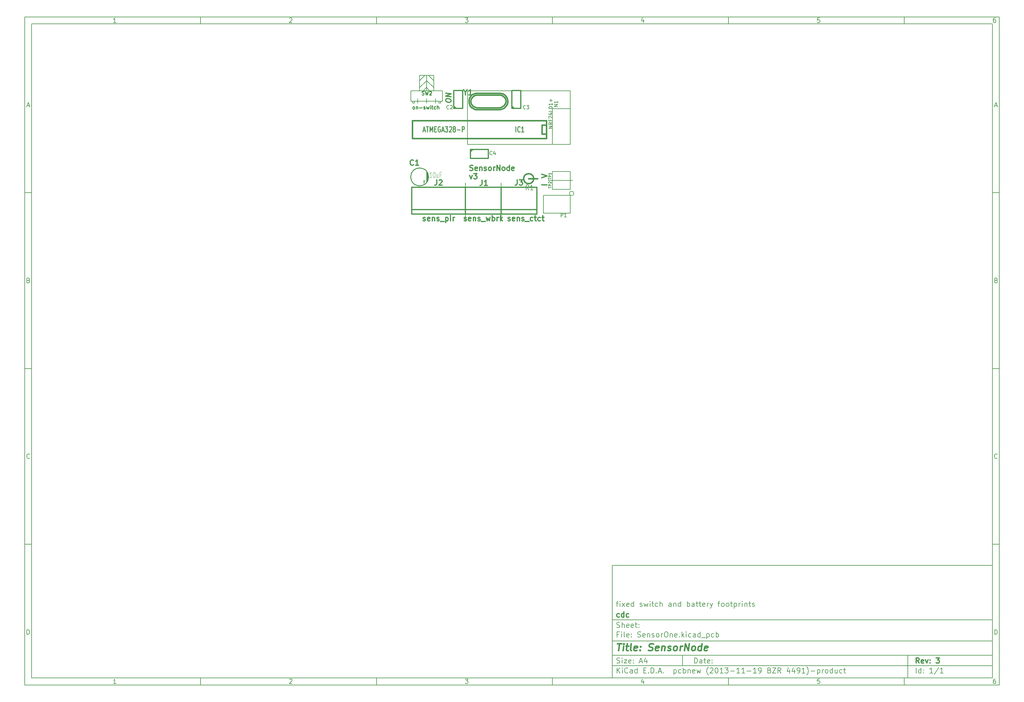
<source format=gto>
%FSLAX34Y34*%
G04 Gerber Fmt 3.4, Leading zero omitted, Abs format*
G04 (created by PCBNEW (2013-11-19 BZR 4491)-product) date Thu 21 Nov 2013 01:11:00 GMT*
%MOIN*%
G01*
G70*
G90*
G04 APERTURE LIST*
%ADD10C,0.005906*%
%ADD11C,0.011811*%
%ADD12C,0.015748*%
%ADD13C,0.007874*%
%ADD14C,0.010000*%
%ADD15C,0.012000*%
%ADD16C,0.015000*%
%ADD17C,0.008000*%
%ADD18C,0.006000*%
%ADD19C,0.004921*%
%ADD20C,0.011250*%
G04 APERTURE END LIST*
G54D10*
X69685Y-65357D02*
X69685Y-77955D01*
X112205Y-77955D01*
X112205Y-65357D01*
X69685Y-65357D01*
X3937Y-3937D02*
X3937Y-78742D01*
X112992Y-78742D01*
X112992Y-3937D01*
X3937Y-3937D01*
X4724Y-4724D02*
X4724Y-77955D01*
X112205Y-77955D01*
X112205Y-4724D01*
X4724Y-4724D01*
X23622Y-4724D02*
X23622Y-3937D01*
X43307Y-4724D02*
X43307Y-3937D01*
X62992Y-4724D02*
X62992Y-3937D01*
X82677Y-4724D02*
X82677Y-3937D01*
X102362Y-4724D02*
X102362Y-3937D01*
X14169Y-4562D02*
X13877Y-4562D01*
X14023Y-4562D02*
X14023Y-4050D01*
X13974Y-4123D01*
X13925Y-4172D01*
X13877Y-4196D01*
X33562Y-4099D02*
X33586Y-4074D01*
X33635Y-4050D01*
X33757Y-4050D01*
X33805Y-4074D01*
X33830Y-4099D01*
X33854Y-4147D01*
X33854Y-4196D01*
X33830Y-4269D01*
X33537Y-4562D01*
X33854Y-4562D01*
X53222Y-4050D02*
X53539Y-4050D01*
X53368Y-4245D01*
X53442Y-4245D01*
X53490Y-4269D01*
X53515Y-4294D01*
X53539Y-4342D01*
X53539Y-4464D01*
X53515Y-4513D01*
X53490Y-4537D01*
X53442Y-4562D01*
X53295Y-4562D01*
X53247Y-4537D01*
X53222Y-4513D01*
X73175Y-4221D02*
X73175Y-4562D01*
X73053Y-4026D02*
X72932Y-4391D01*
X73248Y-4391D01*
X92885Y-4050D02*
X92641Y-4050D01*
X92617Y-4294D01*
X92641Y-4269D01*
X92690Y-4245D01*
X92812Y-4245D01*
X92860Y-4269D01*
X92885Y-4294D01*
X92909Y-4342D01*
X92909Y-4464D01*
X92885Y-4513D01*
X92860Y-4537D01*
X92812Y-4562D01*
X92690Y-4562D01*
X92641Y-4537D01*
X92617Y-4513D01*
X112545Y-4050D02*
X112448Y-4050D01*
X112399Y-4074D01*
X112375Y-4099D01*
X112326Y-4172D01*
X112302Y-4269D01*
X112302Y-4464D01*
X112326Y-4513D01*
X112350Y-4537D01*
X112399Y-4562D01*
X112497Y-4562D01*
X112545Y-4537D01*
X112570Y-4513D01*
X112594Y-4464D01*
X112594Y-4342D01*
X112570Y-4294D01*
X112545Y-4269D01*
X112497Y-4245D01*
X112399Y-4245D01*
X112350Y-4269D01*
X112326Y-4294D01*
X112302Y-4342D01*
X23622Y-77955D02*
X23622Y-78742D01*
X43307Y-77955D02*
X43307Y-78742D01*
X62992Y-77955D02*
X62992Y-78742D01*
X82677Y-77955D02*
X82677Y-78742D01*
X102362Y-77955D02*
X102362Y-78742D01*
X14169Y-78580D02*
X13877Y-78580D01*
X14023Y-78580D02*
X14023Y-78069D01*
X13974Y-78142D01*
X13925Y-78190D01*
X13877Y-78215D01*
X33562Y-78117D02*
X33586Y-78093D01*
X33635Y-78069D01*
X33757Y-78069D01*
X33805Y-78093D01*
X33830Y-78117D01*
X33854Y-78166D01*
X33854Y-78215D01*
X33830Y-78288D01*
X33537Y-78580D01*
X33854Y-78580D01*
X53222Y-78069D02*
X53539Y-78069D01*
X53368Y-78263D01*
X53442Y-78263D01*
X53490Y-78288D01*
X53515Y-78312D01*
X53539Y-78361D01*
X53539Y-78483D01*
X53515Y-78532D01*
X53490Y-78556D01*
X53442Y-78580D01*
X53295Y-78580D01*
X53247Y-78556D01*
X53222Y-78532D01*
X73175Y-78239D02*
X73175Y-78580D01*
X73053Y-78044D02*
X72932Y-78410D01*
X73248Y-78410D01*
X92885Y-78069D02*
X92641Y-78069D01*
X92617Y-78312D01*
X92641Y-78288D01*
X92690Y-78263D01*
X92812Y-78263D01*
X92860Y-78288D01*
X92885Y-78312D01*
X92909Y-78361D01*
X92909Y-78483D01*
X92885Y-78532D01*
X92860Y-78556D01*
X92812Y-78580D01*
X92690Y-78580D01*
X92641Y-78556D01*
X92617Y-78532D01*
X112545Y-78069D02*
X112448Y-78069D01*
X112399Y-78093D01*
X112375Y-78117D01*
X112326Y-78190D01*
X112302Y-78288D01*
X112302Y-78483D01*
X112326Y-78532D01*
X112350Y-78556D01*
X112399Y-78580D01*
X112497Y-78580D01*
X112545Y-78556D01*
X112570Y-78532D01*
X112594Y-78483D01*
X112594Y-78361D01*
X112570Y-78312D01*
X112545Y-78288D01*
X112497Y-78263D01*
X112399Y-78263D01*
X112350Y-78288D01*
X112326Y-78312D01*
X112302Y-78361D01*
X3937Y-23622D02*
X4724Y-23622D01*
X3937Y-43307D02*
X4724Y-43307D01*
X3937Y-62992D02*
X4724Y-62992D01*
X4208Y-13864D02*
X4452Y-13864D01*
X4160Y-14011D02*
X4330Y-13499D01*
X4501Y-14011D01*
X4367Y-33428D02*
X4440Y-33452D01*
X4464Y-33476D01*
X4489Y-33525D01*
X4489Y-33598D01*
X4464Y-33647D01*
X4440Y-33671D01*
X4391Y-33696D01*
X4196Y-33696D01*
X4196Y-33184D01*
X4367Y-33184D01*
X4416Y-33208D01*
X4440Y-33233D01*
X4464Y-33281D01*
X4464Y-33330D01*
X4440Y-33379D01*
X4416Y-33403D01*
X4367Y-33428D01*
X4196Y-33428D01*
X4489Y-53332D02*
X4464Y-53356D01*
X4391Y-53381D01*
X4342Y-53381D01*
X4269Y-53356D01*
X4221Y-53308D01*
X4196Y-53259D01*
X4172Y-53161D01*
X4172Y-53088D01*
X4196Y-52991D01*
X4221Y-52942D01*
X4269Y-52893D01*
X4342Y-52869D01*
X4391Y-52869D01*
X4464Y-52893D01*
X4489Y-52918D01*
X4196Y-73066D02*
X4196Y-72554D01*
X4318Y-72554D01*
X4391Y-72578D01*
X4440Y-72627D01*
X4464Y-72676D01*
X4489Y-72773D01*
X4489Y-72846D01*
X4464Y-72944D01*
X4440Y-72993D01*
X4391Y-73041D01*
X4318Y-73066D01*
X4196Y-73066D01*
X112992Y-23622D02*
X112205Y-23622D01*
X112992Y-43307D02*
X112205Y-43307D01*
X112992Y-62992D02*
X112205Y-62992D01*
X112477Y-13864D02*
X112721Y-13864D01*
X112428Y-14011D02*
X112599Y-13499D01*
X112769Y-14011D01*
X112635Y-33428D02*
X112708Y-33452D01*
X112733Y-33476D01*
X112757Y-33525D01*
X112757Y-33598D01*
X112733Y-33647D01*
X112708Y-33671D01*
X112660Y-33696D01*
X112465Y-33696D01*
X112465Y-33184D01*
X112635Y-33184D01*
X112684Y-33208D01*
X112708Y-33233D01*
X112733Y-33281D01*
X112733Y-33330D01*
X112708Y-33379D01*
X112684Y-33403D01*
X112635Y-33428D01*
X112465Y-33428D01*
X112757Y-53332D02*
X112733Y-53356D01*
X112660Y-53381D01*
X112611Y-53381D01*
X112538Y-53356D01*
X112489Y-53308D01*
X112465Y-53259D01*
X112440Y-53161D01*
X112440Y-53088D01*
X112465Y-52991D01*
X112489Y-52942D01*
X112538Y-52893D01*
X112611Y-52869D01*
X112660Y-52869D01*
X112733Y-52893D01*
X112757Y-52918D01*
X112465Y-73066D02*
X112465Y-72554D01*
X112587Y-72554D01*
X112660Y-72578D01*
X112708Y-72627D01*
X112733Y-72676D01*
X112757Y-72773D01*
X112757Y-72846D01*
X112733Y-72944D01*
X112708Y-72993D01*
X112660Y-73041D01*
X112587Y-73066D01*
X112465Y-73066D01*
X78881Y-76293D02*
X78881Y-75703D01*
X79022Y-75703D01*
X79106Y-75731D01*
X79162Y-75787D01*
X79190Y-75843D01*
X79219Y-75956D01*
X79219Y-76040D01*
X79190Y-76153D01*
X79162Y-76209D01*
X79106Y-76265D01*
X79022Y-76293D01*
X78881Y-76293D01*
X79725Y-76293D02*
X79725Y-75984D01*
X79697Y-75928D01*
X79640Y-75899D01*
X79528Y-75899D01*
X79472Y-75928D01*
X79725Y-76265D02*
X79669Y-76293D01*
X79528Y-76293D01*
X79472Y-76265D01*
X79444Y-76209D01*
X79444Y-76153D01*
X79472Y-76096D01*
X79528Y-76068D01*
X79669Y-76068D01*
X79725Y-76040D01*
X79922Y-75899D02*
X80147Y-75899D01*
X80006Y-75703D02*
X80006Y-76209D01*
X80034Y-76265D01*
X80090Y-76293D01*
X80147Y-76293D01*
X80568Y-76265D02*
X80512Y-76293D01*
X80400Y-76293D01*
X80343Y-76265D01*
X80315Y-76209D01*
X80315Y-75984D01*
X80343Y-75928D01*
X80400Y-75899D01*
X80512Y-75899D01*
X80568Y-75928D01*
X80597Y-75984D01*
X80597Y-76040D01*
X80315Y-76096D01*
X80850Y-76237D02*
X80878Y-76265D01*
X80850Y-76293D01*
X80822Y-76265D01*
X80850Y-76237D01*
X80850Y-76293D01*
X80850Y-75928D02*
X80878Y-75956D01*
X80850Y-75984D01*
X80822Y-75956D01*
X80850Y-75928D01*
X80850Y-75984D01*
X69685Y-76577D02*
X112205Y-76577D01*
X70220Y-77395D02*
X70220Y-76805D01*
X70557Y-77395D02*
X70304Y-77058D01*
X70557Y-76805D02*
X70220Y-77142D01*
X70810Y-77395D02*
X70810Y-77002D01*
X70810Y-76805D02*
X70782Y-76833D01*
X70810Y-76861D01*
X70838Y-76833D01*
X70810Y-76805D01*
X70810Y-76861D01*
X71429Y-77339D02*
X71401Y-77367D01*
X71316Y-77395D01*
X71260Y-77395D01*
X71176Y-77367D01*
X71120Y-77311D01*
X71091Y-77255D01*
X71063Y-77142D01*
X71063Y-77058D01*
X71091Y-76946D01*
X71120Y-76889D01*
X71176Y-76833D01*
X71260Y-76805D01*
X71316Y-76805D01*
X71401Y-76833D01*
X71429Y-76861D01*
X71935Y-77395D02*
X71935Y-77086D01*
X71907Y-77030D01*
X71851Y-77002D01*
X71738Y-77002D01*
X71682Y-77030D01*
X71935Y-77367D02*
X71879Y-77395D01*
X71738Y-77395D01*
X71682Y-77367D01*
X71654Y-77311D01*
X71654Y-77255D01*
X71682Y-77199D01*
X71738Y-77171D01*
X71879Y-77171D01*
X71935Y-77142D01*
X72469Y-77395D02*
X72469Y-76805D01*
X72469Y-77367D02*
X72413Y-77395D01*
X72301Y-77395D01*
X72244Y-77367D01*
X72216Y-77339D01*
X72188Y-77283D01*
X72188Y-77114D01*
X72216Y-77058D01*
X72244Y-77030D01*
X72301Y-77002D01*
X72413Y-77002D01*
X72469Y-77030D01*
X73201Y-77086D02*
X73397Y-77086D01*
X73482Y-77395D02*
X73201Y-77395D01*
X73201Y-76805D01*
X73482Y-76805D01*
X73735Y-77339D02*
X73763Y-77367D01*
X73735Y-77395D01*
X73707Y-77367D01*
X73735Y-77339D01*
X73735Y-77395D01*
X74016Y-77395D02*
X74016Y-76805D01*
X74157Y-76805D01*
X74241Y-76833D01*
X74297Y-76889D01*
X74325Y-76946D01*
X74354Y-77058D01*
X74354Y-77142D01*
X74325Y-77255D01*
X74297Y-77311D01*
X74241Y-77367D01*
X74157Y-77395D01*
X74016Y-77395D01*
X74607Y-77339D02*
X74635Y-77367D01*
X74607Y-77395D01*
X74579Y-77367D01*
X74607Y-77339D01*
X74607Y-77395D01*
X74860Y-77227D02*
X75141Y-77227D01*
X74804Y-77395D02*
X75000Y-76805D01*
X75197Y-77395D01*
X75394Y-77339D02*
X75422Y-77367D01*
X75394Y-77395D01*
X75366Y-77367D01*
X75394Y-77339D01*
X75394Y-77395D01*
X76575Y-77002D02*
X76575Y-77592D01*
X76575Y-77030D02*
X76631Y-77002D01*
X76744Y-77002D01*
X76800Y-77030D01*
X76828Y-77058D01*
X76856Y-77114D01*
X76856Y-77283D01*
X76828Y-77339D01*
X76800Y-77367D01*
X76744Y-77395D01*
X76631Y-77395D01*
X76575Y-77367D01*
X77363Y-77367D02*
X77306Y-77395D01*
X77194Y-77395D01*
X77138Y-77367D01*
X77109Y-77339D01*
X77081Y-77283D01*
X77081Y-77114D01*
X77109Y-77058D01*
X77138Y-77030D01*
X77194Y-77002D01*
X77306Y-77002D01*
X77363Y-77030D01*
X77616Y-77395D02*
X77616Y-76805D01*
X77616Y-77030D02*
X77672Y-77002D01*
X77784Y-77002D01*
X77841Y-77030D01*
X77869Y-77058D01*
X77897Y-77114D01*
X77897Y-77283D01*
X77869Y-77339D01*
X77841Y-77367D01*
X77784Y-77395D01*
X77672Y-77395D01*
X77616Y-77367D01*
X78150Y-77002D02*
X78150Y-77395D01*
X78150Y-77058D02*
X78178Y-77030D01*
X78234Y-77002D01*
X78319Y-77002D01*
X78375Y-77030D01*
X78403Y-77086D01*
X78403Y-77395D01*
X78909Y-77367D02*
X78853Y-77395D01*
X78741Y-77395D01*
X78684Y-77367D01*
X78656Y-77311D01*
X78656Y-77086D01*
X78684Y-77030D01*
X78741Y-77002D01*
X78853Y-77002D01*
X78909Y-77030D01*
X78937Y-77086D01*
X78937Y-77142D01*
X78656Y-77199D01*
X79134Y-77002D02*
X79247Y-77395D01*
X79359Y-77114D01*
X79472Y-77395D01*
X79584Y-77002D01*
X80428Y-77620D02*
X80400Y-77592D01*
X80343Y-77508D01*
X80315Y-77452D01*
X80287Y-77367D01*
X80259Y-77227D01*
X80259Y-77114D01*
X80287Y-76974D01*
X80315Y-76889D01*
X80343Y-76833D01*
X80400Y-76749D01*
X80428Y-76721D01*
X80625Y-76861D02*
X80653Y-76833D01*
X80709Y-76805D01*
X80850Y-76805D01*
X80906Y-76833D01*
X80934Y-76861D01*
X80962Y-76917D01*
X80962Y-76974D01*
X80934Y-77058D01*
X80597Y-77395D01*
X80962Y-77395D01*
X81328Y-76805D02*
X81384Y-76805D01*
X81440Y-76833D01*
X81468Y-76861D01*
X81496Y-76917D01*
X81525Y-77030D01*
X81525Y-77171D01*
X81496Y-77283D01*
X81468Y-77339D01*
X81440Y-77367D01*
X81384Y-77395D01*
X81328Y-77395D01*
X81271Y-77367D01*
X81243Y-77339D01*
X81215Y-77283D01*
X81187Y-77171D01*
X81187Y-77030D01*
X81215Y-76917D01*
X81243Y-76861D01*
X81271Y-76833D01*
X81328Y-76805D01*
X82087Y-77395D02*
X81750Y-77395D01*
X81918Y-77395D02*
X81918Y-76805D01*
X81862Y-76889D01*
X81806Y-76946D01*
X81750Y-76974D01*
X82284Y-76805D02*
X82649Y-76805D01*
X82453Y-77030D01*
X82537Y-77030D01*
X82593Y-77058D01*
X82621Y-77086D01*
X82649Y-77142D01*
X82649Y-77283D01*
X82621Y-77339D01*
X82593Y-77367D01*
X82537Y-77395D01*
X82368Y-77395D01*
X82312Y-77367D01*
X82284Y-77339D01*
X82903Y-77171D02*
X83352Y-77171D01*
X83943Y-77395D02*
X83606Y-77395D01*
X83774Y-77395D02*
X83774Y-76805D01*
X83718Y-76889D01*
X83662Y-76946D01*
X83606Y-76974D01*
X84505Y-77395D02*
X84168Y-77395D01*
X84337Y-77395D02*
X84337Y-76805D01*
X84280Y-76889D01*
X84224Y-76946D01*
X84168Y-76974D01*
X84759Y-77171D02*
X85208Y-77171D01*
X85799Y-77395D02*
X85462Y-77395D01*
X85630Y-77395D02*
X85630Y-76805D01*
X85574Y-76889D01*
X85518Y-76946D01*
X85462Y-76974D01*
X86080Y-77395D02*
X86193Y-77395D01*
X86249Y-77367D01*
X86277Y-77339D01*
X86333Y-77255D01*
X86361Y-77142D01*
X86361Y-76917D01*
X86333Y-76861D01*
X86305Y-76833D01*
X86249Y-76805D01*
X86136Y-76805D01*
X86080Y-76833D01*
X86052Y-76861D01*
X86024Y-76917D01*
X86024Y-77058D01*
X86052Y-77114D01*
X86080Y-77142D01*
X86136Y-77171D01*
X86249Y-77171D01*
X86305Y-77142D01*
X86333Y-77114D01*
X86361Y-77058D01*
X87261Y-77086D02*
X87346Y-77114D01*
X87374Y-77142D01*
X87402Y-77199D01*
X87402Y-77283D01*
X87374Y-77339D01*
X87346Y-77367D01*
X87289Y-77395D01*
X87064Y-77395D01*
X87064Y-76805D01*
X87261Y-76805D01*
X87318Y-76833D01*
X87346Y-76861D01*
X87374Y-76917D01*
X87374Y-76974D01*
X87346Y-77030D01*
X87318Y-77058D01*
X87261Y-77086D01*
X87064Y-77086D01*
X87599Y-76805D02*
X87992Y-76805D01*
X87599Y-77395D01*
X87992Y-77395D01*
X88555Y-77395D02*
X88358Y-77114D01*
X88217Y-77395D02*
X88217Y-76805D01*
X88442Y-76805D01*
X88499Y-76833D01*
X88527Y-76861D01*
X88555Y-76917D01*
X88555Y-77002D01*
X88527Y-77058D01*
X88499Y-77086D01*
X88442Y-77114D01*
X88217Y-77114D01*
X89511Y-77002D02*
X89511Y-77395D01*
X89370Y-76777D02*
X89230Y-77199D01*
X89595Y-77199D01*
X90073Y-77002D02*
X90073Y-77395D01*
X89933Y-76777D02*
X89792Y-77199D01*
X90158Y-77199D01*
X90411Y-77395D02*
X90523Y-77395D01*
X90580Y-77367D01*
X90608Y-77339D01*
X90664Y-77255D01*
X90692Y-77142D01*
X90692Y-76917D01*
X90664Y-76861D01*
X90636Y-76833D01*
X90580Y-76805D01*
X90467Y-76805D01*
X90411Y-76833D01*
X90383Y-76861D01*
X90355Y-76917D01*
X90355Y-77058D01*
X90383Y-77114D01*
X90411Y-77142D01*
X90467Y-77171D01*
X90580Y-77171D01*
X90636Y-77142D01*
X90664Y-77114D01*
X90692Y-77058D01*
X91255Y-77395D02*
X90917Y-77395D01*
X91086Y-77395D02*
X91086Y-76805D01*
X91030Y-76889D01*
X90973Y-76946D01*
X90917Y-76974D01*
X91451Y-77620D02*
X91480Y-77592D01*
X91536Y-77508D01*
X91564Y-77452D01*
X91592Y-77367D01*
X91620Y-77227D01*
X91620Y-77114D01*
X91592Y-76974D01*
X91564Y-76889D01*
X91536Y-76833D01*
X91480Y-76749D01*
X91451Y-76721D01*
X91901Y-77171D02*
X92351Y-77171D01*
X92633Y-77002D02*
X92633Y-77592D01*
X92633Y-77030D02*
X92689Y-77002D01*
X92801Y-77002D01*
X92858Y-77030D01*
X92886Y-77058D01*
X92914Y-77114D01*
X92914Y-77283D01*
X92886Y-77339D01*
X92858Y-77367D01*
X92801Y-77395D01*
X92689Y-77395D01*
X92633Y-77367D01*
X93167Y-77395D02*
X93167Y-77002D01*
X93167Y-77114D02*
X93195Y-77058D01*
X93223Y-77030D01*
X93279Y-77002D01*
X93336Y-77002D01*
X93617Y-77395D02*
X93561Y-77367D01*
X93532Y-77339D01*
X93504Y-77283D01*
X93504Y-77114D01*
X93532Y-77058D01*
X93561Y-77030D01*
X93617Y-77002D01*
X93701Y-77002D01*
X93757Y-77030D01*
X93786Y-77058D01*
X93814Y-77114D01*
X93814Y-77283D01*
X93786Y-77339D01*
X93757Y-77367D01*
X93701Y-77395D01*
X93617Y-77395D01*
X94320Y-77395D02*
X94320Y-76805D01*
X94320Y-77367D02*
X94264Y-77395D01*
X94151Y-77395D01*
X94095Y-77367D01*
X94067Y-77339D01*
X94039Y-77283D01*
X94039Y-77114D01*
X94067Y-77058D01*
X94095Y-77030D01*
X94151Y-77002D01*
X94264Y-77002D01*
X94320Y-77030D01*
X94854Y-77002D02*
X94854Y-77395D01*
X94601Y-77002D02*
X94601Y-77311D01*
X94629Y-77367D01*
X94685Y-77395D01*
X94770Y-77395D01*
X94826Y-77367D01*
X94854Y-77339D01*
X95388Y-77367D02*
X95332Y-77395D01*
X95220Y-77395D01*
X95163Y-77367D01*
X95135Y-77339D01*
X95107Y-77283D01*
X95107Y-77114D01*
X95135Y-77058D01*
X95163Y-77030D01*
X95220Y-77002D01*
X95332Y-77002D01*
X95388Y-77030D01*
X95557Y-77002D02*
X95782Y-77002D01*
X95642Y-76805D02*
X95642Y-77311D01*
X95670Y-77367D01*
X95726Y-77395D01*
X95782Y-77395D01*
X69685Y-75396D02*
X112205Y-75396D01*
G54D11*
X104022Y-76293D02*
X103825Y-76012D01*
X103684Y-76293D02*
X103684Y-75703D01*
X103909Y-75703D01*
X103965Y-75731D01*
X103994Y-75759D01*
X104022Y-75815D01*
X104022Y-75899D01*
X103994Y-75956D01*
X103965Y-75984D01*
X103909Y-76012D01*
X103684Y-76012D01*
X104500Y-76265D02*
X104444Y-76293D01*
X104331Y-76293D01*
X104275Y-76265D01*
X104247Y-76209D01*
X104247Y-75984D01*
X104275Y-75928D01*
X104331Y-75899D01*
X104444Y-75899D01*
X104500Y-75928D01*
X104528Y-75984D01*
X104528Y-76040D01*
X104247Y-76096D01*
X104725Y-75899D02*
X104865Y-76293D01*
X105006Y-75899D01*
X105231Y-76237D02*
X105259Y-76265D01*
X105231Y-76293D01*
X105203Y-76265D01*
X105231Y-76237D01*
X105231Y-76293D01*
X105231Y-75928D02*
X105259Y-75956D01*
X105231Y-75984D01*
X105203Y-75956D01*
X105231Y-75928D01*
X105231Y-75984D01*
X105906Y-75703D02*
X106271Y-75703D01*
X106075Y-75928D01*
X106159Y-75928D01*
X106215Y-75956D01*
X106243Y-75984D01*
X106271Y-76040D01*
X106271Y-76181D01*
X106243Y-76237D01*
X106215Y-76265D01*
X106159Y-76293D01*
X105990Y-76293D01*
X105934Y-76265D01*
X105906Y-76237D01*
G54D10*
X70192Y-76265D02*
X70276Y-76293D01*
X70417Y-76293D01*
X70473Y-76265D01*
X70501Y-76237D01*
X70529Y-76181D01*
X70529Y-76124D01*
X70501Y-76068D01*
X70473Y-76040D01*
X70417Y-76012D01*
X70304Y-75984D01*
X70248Y-75956D01*
X70220Y-75928D01*
X70192Y-75871D01*
X70192Y-75815D01*
X70220Y-75759D01*
X70248Y-75731D01*
X70304Y-75703D01*
X70445Y-75703D01*
X70529Y-75731D01*
X70782Y-76293D02*
X70782Y-75899D01*
X70782Y-75703D02*
X70754Y-75731D01*
X70782Y-75759D01*
X70810Y-75731D01*
X70782Y-75703D01*
X70782Y-75759D01*
X71007Y-75899D02*
X71316Y-75899D01*
X71007Y-76293D01*
X71316Y-76293D01*
X71766Y-76265D02*
X71710Y-76293D01*
X71598Y-76293D01*
X71541Y-76265D01*
X71513Y-76209D01*
X71513Y-75984D01*
X71541Y-75928D01*
X71598Y-75899D01*
X71710Y-75899D01*
X71766Y-75928D01*
X71795Y-75984D01*
X71795Y-76040D01*
X71513Y-76096D01*
X72048Y-76237D02*
X72076Y-76265D01*
X72048Y-76293D01*
X72019Y-76265D01*
X72048Y-76237D01*
X72048Y-76293D01*
X72048Y-75928D02*
X72076Y-75956D01*
X72048Y-75984D01*
X72019Y-75956D01*
X72048Y-75928D01*
X72048Y-75984D01*
X72751Y-76124D02*
X73032Y-76124D01*
X72694Y-76293D02*
X72891Y-75703D01*
X73088Y-76293D01*
X73538Y-75899D02*
X73538Y-76293D01*
X73397Y-75674D02*
X73257Y-76096D01*
X73622Y-76096D01*
X103684Y-77395D02*
X103684Y-76805D01*
X104219Y-77395D02*
X104219Y-76805D01*
X104219Y-77367D02*
X104162Y-77395D01*
X104050Y-77395D01*
X103994Y-77367D01*
X103965Y-77339D01*
X103937Y-77283D01*
X103937Y-77114D01*
X103965Y-77058D01*
X103994Y-77030D01*
X104050Y-77002D01*
X104162Y-77002D01*
X104219Y-77030D01*
X104500Y-77339D02*
X104528Y-77367D01*
X104500Y-77395D01*
X104472Y-77367D01*
X104500Y-77339D01*
X104500Y-77395D01*
X104500Y-77030D02*
X104528Y-77058D01*
X104500Y-77086D01*
X104472Y-77058D01*
X104500Y-77030D01*
X104500Y-77086D01*
X105540Y-77395D02*
X105203Y-77395D01*
X105372Y-77395D02*
X105372Y-76805D01*
X105315Y-76889D01*
X105259Y-76946D01*
X105203Y-76974D01*
X106215Y-76777D02*
X105709Y-77536D01*
X106721Y-77395D02*
X106384Y-77395D01*
X106553Y-77395D02*
X106553Y-76805D01*
X106496Y-76889D01*
X106440Y-76946D01*
X106384Y-76974D01*
X69685Y-73821D02*
X112205Y-73821D01*
G54D12*
X70257Y-74099D02*
X70707Y-74099D01*
X70384Y-74886D02*
X70482Y-74099D01*
X70871Y-74886D02*
X70937Y-74361D01*
X70970Y-74099D02*
X70927Y-74136D01*
X70960Y-74174D01*
X71002Y-74136D01*
X70970Y-74099D01*
X70960Y-74174D01*
X71199Y-74361D02*
X71499Y-74361D01*
X71345Y-74099D02*
X71260Y-74774D01*
X71288Y-74849D01*
X71359Y-74886D01*
X71434Y-74886D01*
X71809Y-74886D02*
X71738Y-74849D01*
X71710Y-74774D01*
X71795Y-74099D01*
X72413Y-74849D02*
X72334Y-74886D01*
X72184Y-74886D01*
X72113Y-74849D01*
X72085Y-74774D01*
X72123Y-74474D01*
X72169Y-74399D01*
X72249Y-74361D01*
X72399Y-74361D01*
X72469Y-74399D01*
X72498Y-74474D01*
X72488Y-74549D01*
X72104Y-74624D01*
X72793Y-74811D02*
X72826Y-74849D01*
X72783Y-74886D01*
X72751Y-74849D01*
X72793Y-74811D01*
X72783Y-74886D01*
X72844Y-74399D02*
X72877Y-74436D01*
X72835Y-74474D01*
X72802Y-74436D01*
X72844Y-74399D01*
X72835Y-74474D01*
X73726Y-74849D02*
X73833Y-74886D01*
X74021Y-74886D01*
X74100Y-74849D01*
X74143Y-74811D01*
X74190Y-74736D01*
X74199Y-74661D01*
X74171Y-74586D01*
X74138Y-74549D01*
X74068Y-74511D01*
X73922Y-74474D01*
X73852Y-74436D01*
X73819Y-74399D01*
X73791Y-74324D01*
X73801Y-74249D01*
X73847Y-74174D01*
X73890Y-74136D01*
X73969Y-74099D01*
X74157Y-74099D01*
X74265Y-74136D01*
X74813Y-74849D02*
X74733Y-74886D01*
X74583Y-74886D01*
X74513Y-74849D01*
X74485Y-74774D01*
X74522Y-74474D01*
X74569Y-74399D01*
X74649Y-74361D01*
X74799Y-74361D01*
X74869Y-74399D01*
X74897Y-74474D01*
X74888Y-74549D01*
X74504Y-74624D01*
X75249Y-74361D02*
X75183Y-74886D01*
X75239Y-74436D02*
X75282Y-74399D01*
X75361Y-74361D01*
X75474Y-74361D01*
X75544Y-74399D01*
X75572Y-74474D01*
X75521Y-74886D01*
X75863Y-74849D02*
X75933Y-74886D01*
X76083Y-74886D01*
X76163Y-74849D01*
X76210Y-74774D01*
X76214Y-74736D01*
X76186Y-74661D01*
X76116Y-74624D01*
X76003Y-74624D01*
X75933Y-74586D01*
X75905Y-74511D01*
X75910Y-74474D01*
X75956Y-74399D01*
X76036Y-74361D01*
X76149Y-74361D01*
X76219Y-74399D01*
X76645Y-74886D02*
X76575Y-74849D01*
X76542Y-74811D01*
X76514Y-74736D01*
X76542Y-74511D01*
X76589Y-74436D01*
X76631Y-74399D01*
X76711Y-74361D01*
X76824Y-74361D01*
X76894Y-74399D01*
X76927Y-74436D01*
X76955Y-74511D01*
X76927Y-74736D01*
X76880Y-74811D01*
X76838Y-74849D01*
X76758Y-74886D01*
X76645Y-74886D01*
X77245Y-74886D02*
X77311Y-74361D01*
X77292Y-74511D02*
X77339Y-74436D01*
X77381Y-74399D01*
X77461Y-74361D01*
X77536Y-74361D01*
X77733Y-74886D02*
X77831Y-74099D01*
X78183Y-74886D01*
X78281Y-74099D01*
X78670Y-74886D02*
X78600Y-74849D01*
X78567Y-74811D01*
X78539Y-74736D01*
X78567Y-74511D01*
X78614Y-74436D01*
X78656Y-74399D01*
X78736Y-74361D01*
X78848Y-74361D01*
X78919Y-74399D01*
X78951Y-74436D01*
X78980Y-74511D01*
X78951Y-74736D01*
X78905Y-74811D01*
X78862Y-74849D01*
X78783Y-74886D01*
X78670Y-74886D01*
X79608Y-74886D02*
X79706Y-74099D01*
X79612Y-74849D02*
X79533Y-74886D01*
X79383Y-74886D01*
X79312Y-74849D01*
X79280Y-74811D01*
X79251Y-74736D01*
X79280Y-74511D01*
X79326Y-74436D01*
X79369Y-74399D01*
X79448Y-74361D01*
X79598Y-74361D01*
X79669Y-74399D01*
X80287Y-74849D02*
X80208Y-74886D01*
X80058Y-74886D01*
X79987Y-74849D01*
X79959Y-74774D01*
X79997Y-74474D01*
X80043Y-74399D01*
X80123Y-74361D01*
X80273Y-74361D01*
X80343Y-74399D01*
X80372Y-74474D01*
X80362Y-74549D01*
X79978Y-74624D01*
G54D10*
X70417Y-73070D02*
X70220Y-73070D01*
X70220Y-73380D02*
X70220Y-72789D01*
X70501Y-72789D01*
X70726Y-73380D02*
X70726Y-72986D01*
X70726Y-72789D02*
X70698Y-72817D01*
X70726Y-72845D01*
X70754Y-72817D01*
X70726Y-72789D01*
X70726Y-72845D01*
X71091Y-73380D02*
X71035Y-73352D01*
X71007Y-73295D01*
X71007Y-72789D01*
X71541Y-73352D02*
X71485Y-73380D01*
X71373Y-73380D01*
X71316Y-73352D01*
X71288Y-73295D01*
X71288Y-73070D01*
X71316Y-73014D01*
X71373Y-72986D01*
X71485Y-72986D01*
X71541Y-73014D01*
X71570Y-73070D01*
X71570Y-73127D01*
X71288Y-73183D01*
X71823Y-73323D02*
X71851Y-73352D01*
X71823Y-73380D01*
X71795Y-73352D01*
X71823Y-73323D01*
X71823Y-73380D01*
X71823Y-73014D02*
X71851Y-73042D01*
X71823Y-73070D01*
X71795Y-73042D01*
X71823Y-73014D01*
X71823Y-73070D01*
X72526Y-73352D02*
X72610Y-73380D01*
X72751Y-73380D01*
X72807Y-73352D01*
X72835Y-73323D01*
X72863Y-73267D01*
X72863Y-73211D01*
X72835Y-73155D01*
X72807Y-73127D01*
X72751Y-73099D01*
X72638Y-73070D01*
X72582Y-73042D01*
X72554Y-73014D01*
X72526Y-72958D01*
X72526Y-72902D01*
X72554Y-72845D01*
X72582Y-72817D01*
X72638Y-72789D01*
X72779Y-72789D01*
X72863Y-72817D01*
X73341Y-73352D02*
X73285Y-73380D01*
X73172Y-73380D01*
X73116Y-73352D01*
X73088Y-73295D01*
X73088Y-73070D01*
X73116Y-73014D01*
X73172Y-72986D01*
X73285Y-72986D01*
X73341Y-73014D01*
X73369Y-73070D01*
X73369Y-73127D01*
X73088Y-73183D01*
X73622Y-72986D02*
X73622Y-73380D01*
X73622Y-73042D02*
X73651Y-73014D01*
X73707Y-72986D01*
X73791Y-72986D01*
X73847Y-73014D01*
X73876Y-73070D01*
X73876Y-73380D01*
X74129Y-73352D02*
X74185Y-73380D01*
X74297Y-73380D01*
X74354Y-73352D01*
X74382Y-73295D01*
X74382Y-73267D01*
X74354Y-73211D01*
X74297Y-73183D01*
X74213Y-73183D01*
X74157Y-73155D01*
X74129Y-73099D01*
X74129Y-73070D01*
X74157Y-73014D01*
X74213Y-72986D01*
X74297Y-72986D01*
X74354Y-73014D01*
X74719Y-73380D02*
X74663Y-73352D01*
X74635Y-73323D01*
X74607Y-73267D01*
X74607Y-73099D01*
X74635Y-73042D01*
X74663Y-73014D01*
X74719Y-72986D01*
X74804Y-72986D01*
X74860Y-73014D01*
X74888Y-73042D01*
X74916Y-73099D01*
X74916Y-73267D01*
X74888Y-73323D01*
X74860Y-73352D01*
X74804Y-73380D01*
X74719Y-73380D01*
X75169Y-73380D02*
X75169Y-72986D01*
X75169Y-73099D02*
X75197Y-73042D01*
X75225Y-73014D01*
X75282Y-72986D01*
X75338Y-72986D01*
X75647Y-72789D02*
X75760Y-72789D01*
X75816Y-72817D01*
X75872Y-72874D01*
X75900Y-72986D01*
X75900Y-73183D01*
X75872Y-73295D01*
X75816Y-73352D01*
X75760Y-73380D01*
X75647Y-73380D01*
X75591Y-73352D01*
X75535Y-73295D01*
X75507Y-73183D01*
X75507Y-72986D01*
X75535Y-72874D01*
X75591Y-72817D01*
X75647Y-72789D01*
X76153Y-72986D02*
X76153Y-73380D01*
X76153Y-73042D02*
X76181Y-73014D01*
X76238Y-72986D01*
X76322Y-72986D01*
X76378Y-73014D01*
X76406Y-73070D01*
X76406Y-73380D01*
X76913Y-73352D02*
X76856Y-73380D01*
X76744Y-73380D01*
X76688Y-73352D01*
X76660Y-73295D01*
X76660Y-73070D01*
X76688Y-73014D01*
X76744Y-72986D01*
X76856Y-72986D01*
X76913Y-73014D01*
X76941Y-73070D01*
X76941Y-73127D01*
X76660Y-73183D01*
X77194Y-73323D02*
X77222Y-73352D01*
X77194Y-73380D01*
X77166Y-73352D01*
X77194Y-73323D01*
X77194Y-73380D01*
X77475Y-73380D02*
X77475Y-72789D01*
X77531Y-73155D02*
X77700Y-73380D01*
X77700Y-72986D02*
X77475Y-73211D01*
X77953Y-73380D02*
X77953Y-72986D01*
X77953Y-72789D02*
X77925Y-72817D01*
X77953Y-72845D01*
X77981Y-72817D01*
X77953Y-72789D01*
X77953Y-72845D01*
X78487Y-73352D02*
X78431Y-73380D01*
X78319Y-73380D01*
X78262Y-73352D01*
X78234Y-73323D01*
X78206Y-73267D01*
X78206Y-73099D01*
X78234Y-73042D01*
X78262Y-73014D01*
X78319Y-72986D01*
X78431Y-72986D01*
X78487Y-73014D01*
X78994Y-73380D02*
X78994Y-73070D01*
X78965Y-73014D01*
X78909Y-72986D01*
X78797Y-72986D01*
X78741Y-73014D01*
X78994Y-73352D02*
X78937Y-73380D01*
X78797Y-73380D01*
X78741Y-73352D01*
X78712Y-73295D01*
X78712Y-73239D01*
X78741Y-73183D01*
X78797Y-73155D01*
X78937Y-73155D01*
X78994Y-73127D01*
X79528Y-73380D02*
X79528Y-72789D01*
X79528Y-73352D02*
X79472Y-73380D01*
X79359Y-73380D01*
X79303Y-73352D01*
X79275Y-73323D01*
X79247Y-73267D01*
X79247Y-73099D01*
X79275Y-73042D01*
X79303Y-73014D01*
X79359Y-72986D01*
X79472Y-72986D01*
X79528Y-73014D01*
X79669Y-73436D02*
X80118Y-73436D01*
X80259Y-72986D02*
X80259Y-73577D01*
X80259Y-73014D02*
X80315Y-72986D01*
X80428Y-72986D01*
X80484Y-73014D01*
X80512Y-73042D01*
X80540Y-73099D01*
X80540Y-73267D01*
X80512Y-73323D01*
X80484Y-73352D01*
X80428Y-73380D01*
X80315Y-73380D01*
X80259Y-73352D01*
X81046Y-73352D02*
X80990Y-73380D01*
X80878Y-73380D01*
X80822Y-73352D01*
X80793Y-73323D01*
X80765Y-73267D01*
X80765Y-73099D01*
X80793Y-73042D01*
X80822Y-73014D01*
X80878Y-72986D01*
X80990Y-72986D01*
X81046Y-73014D01*
X81300Y-73380D02*
X81300Y-72789D01*
X81300Y-73014D02*
X81356Y-72986D01*
X81468Y-72986D01*
X81525Y-73014D01*
X81553Y-73042D01*
X81581Y-73099D01*
X81581Y-73267D01*
X81553Y-73323D01*
X81525Y-73352D01*
X81468Y-73380D01*
X81356Y-73380D01*
X81300Y-73352D01*
X69685Y-71459D02*
X112205Y-71459D01*
X70192Y-72289D02*
X70276Y-72317D01*
X70417Y-72317D01*
X70473Y-72289D01*
X70501Y-72260D01*
X70529Y-72204D01*
X70529Y-72148D01*
X70501Y-72092D01*
X70473Y-72064D01*
X70417Y-72036D01*
X70304Y-72007D01*
X70248Y-71979D01*
X70220Y-71951D01*
X70192Y-71895D01*
X70192Y-71839D01*
X70220Y-71782D01*
X70248Y-71754D01*
X70304Y-71726D01*
X70445Y-71726D01*
X70529Y-71754D01*
X70782Y-72317D02*
X70782Y-71726D01*
X71035Y-72317D02*
X71035Y-72007D01*
X71007Y-71951D01*
X70951Y-71923D01*
X70867Y-71923D01*
X70810Y-71951D01*
X70782Y-71979D01*
X71541Y-72289D02*
X71485Y-72317D01*
X71373Y-72317D01*
X71316Y-72289D01*
X71288Y-72232D01*
X71288Y-72007D01*
X71316Y-71951D01*
X71373Y-71923D01*
X71485Y-71923D01*
X71541Y-71951D01*
X71570Y-72007D01*
X71570Y-72064D01*
X71288Y-72120D01*
X72048Y-72289D02*
X71991Y-72317D01*
X71879Y-72317D01*
X71823Y-72289D01*
X71795Y-72232D01*
X71795Y-72007D01*
X71823Y-71951D01*
X71879Y-71923D01*
X71991Y-71923D01*
X72048Y-71951D01*
X72076Y-72007D01*
X72076Y-72064D01*
X71795Y-72120D01*
X72244Y-71923D02*
X72469Y-71923D01*
X72329Y-71726D02*
X72329Y-72232D01*
X72357Y-72289D01*
X72413Y-72317D01*
X72469Y-72317D01*
X72666Y-72260D02*
X72694Y-72289D01*
X72666Y-72317D01*
X72638Y-72289D01*
X72666Y-72260D01*
X72666Y-72317D01*
X72666Y-71951D02*
X72694Y-71979D01*
X72666Y-72007D01*
X72638Y-71979D01*
X72666Y-71951D01*
X72666Y-72007D01*
G54D11*
X70473Y-71108D02*
X70417Y-71136D01*
X70304Y-71136D01*
X70248Y-71108D01*
X70220Y-71079D01*
X70192Y-71023D01*
X70192Y-70854D01*
X70220Y-70798D01*
X70248Y-70770D01*
X70304Y-70742D01*
X70417Y-70742D01*
X70473Y-70770D01*
X70979Y-71136D02*
X70979Y-70545D01*
X70979Y-71108D02*
X70923Y-71136D01*
X70810Y-71136D01*
X70754Y-71108D01*
X70726Y-71079D01*
X70698Y-71023D01*
X70698Y-70854D01*
X70726Y-70798D01*
X70754Y-70770D01*
X70810Y-70742D01*
X70923Y-70742D01*
X70979Y-70770D01*
X71513Y-71108D02*
X71457Y-71136D01*
X71345Y-71136D01*
X71288Y-71108D01*
X71260Y-71079D01*
X71232Y-71023D01*
X71232Y-70854D01*
X71260Y-70798D01*
X71288Y-70770D01*
X71345Y-70742D01*
X71457Y-70742D01*
X71513Y-70770D01*
G54D10*
X70135Y-69561D02*
X70360Y-69561D01*
X70220Y-69955D02*
X70220Y-69448D01*
X70248Y-69392D01*
X70304Y-69364D01*
X70360Y-69364D01*
X70557Y-69955D02*
X70557Y-69561D01*
X70557Y-69364D02*
X70529Y-69392D01*
X70557Y-69420D01*
X70585Y-69392D01*
X70557Y-69364D01*
X70557Y-69420D01*
X70782Y-69955D02*
X71091Y-69561D01*
X70782Y-69561D02*
X71091Y-69955D01*
X71541Y-69926D02*
X71485Y-69955D01*
X71373Y-69955D01*
X71316Y-69926D01*
X71288Y-69870D01*
X71288Y-69645D01*
X71316Y-69589D01*
X71373Y-69561D01*
X71485Y-69561D01*
X71541Y-69589D01*
X71570Y-69645D01*
X71570Y-69701D01*
X71288Y-69758D01*
X72076Y-69955D02*
X72076Y-69364D01*
X72076Y-69926D02*
X72019Y-69955D01*
X71907Y-69955D01*
X71851Y-69926D01*
X71823Y-69898D01*
X71795Y-69842D01*
X71795Y-69673D01*
X71823Y-69617D01*
X71851Y-69589D01*
X71907Y-69561D01*
X72019Y-69561D01*
X72076Y-69589D01*
X72779Y-69926D02*
X72835Y-69955D01*
X72947Y-69955D01*
X73004Y-69926D01*
X73032Y-69870D01*
X73032Y-69842D01*
X73004Y-69786D01*
X72947Y-69758D01*
X72863Y-69758D01*
X72807Y-69730D01*
X72779Y-69673D01*
X72779Y-69645D01*
X72807Y-69589D01*
X72863Y-69561D01*
X72947Y-69561D01*
X73004Y-69589D01*
X73229Y-69561D02*
X73341Y-69955D01*
X73454Y-69673D01*
X73566Y-69955D01*
X73679Y-69561D01*
X73904Y-69955D02*
X73904Y-69561D01*
X73904Y-69364D02*
X73876Y-69392D01*
X73904Y-69420D01*
X73932Y-69392D01*
X73904Y-69364D01*
X73904Y-69420D01*
X74100Y-69561D02*
X74325Y-69561D01*
X74185Y-69364D02*
X74185Y-69870D01*
X74213Y-69926D01*
X74269Y-69955D01*
X74325Y-69955D01*
X74775Y-69926D02*
X74719Y-69955D01*
X74607Y-69955D01*
X74550Y-69926D01*
X74522Y-69898D01*
X74494Y-69842D01*
X74494Y-69673D01*
X74522Y-69617D01*
X74550Y-69589D01*
X74607Y-69561D01*
X74719Y-69561D01*
X74775Y-69589D01*
X75028Y-69955D02*
X75028Y-69364D01*
X75282Y-69955D02*
X75282Y-69645D01*
X75253Y-69589D01*
X75197Y-69561D01*
X75113Y-69561D01*
X75057Y-69589D01*
X75028Y-69617D01*
X76266Y-69955D02*
X76266Y-69645D01*
X76238Y-69589D01*
X76181Y-69561D01*
X76069Y-69561D01*
X76013Y-69589D01*
X76266Y-69926D02*
X76210Y-69955D01*
X76069Y-69955D01*
X76013Y-69926D01*
X75985Y-69870D01*
X75985Y-69814D01*
X76013Y-69758D01*
X76069Y-69730D01*
X76210Y-69730D01*
X76266Y-69701D01*
X76547Y-69561D02*
X76547Y-69955D01*
X76547Y-69617D02*
X76575Y-69589D01*
X76631Y-69561D01*
X76716Y-69561D01*
X76772Y-69589D01*
X76800Y-69645D01*
X76800Y-69955D01*
X77334Y-69955D02*
X77334Y-69364D01*
X77334Y-69926D02*
X77278Y-69955D01*
X77166Y-69955D01*
X77109Y-69926D01*
X77081Y-69898D01*
X77053Y-69842D01*
X77053Y-69673D01*
X77081Y-69617D01*
X77109Y-69589D01*
X77166Y-69561D01*
X77278Y-69561D01*
X77334Y-69589D01*
X78066Y-69955D02*
X78066Y-69364D01*
X78066Y-69589D02*
X78122Y-69561D01*
X78234Y-69561D01*
X78291Y-69589D01*
X78319Y-69617D01*
X78347Y-69673D01*
X78347Y-69842D01*
X78319Y-69898D01*
X78291Y-69926D01*
X78234Y-69955D01*
X78122Y-69955D01*
X78066Y-69926D01*
X78853Y-69955D02*
X78853Y-69645D01*
X78825Y-69589D01*
X78769Y-69561D01*
X78656Y-69561D01*
X78600Y-69589D01*
X78853Y-69926D02*
X78797Y-69955D01*
X78656Y-69955D01*
X78600Y-69926D01*
X78572Y-69870D01*
X78572Y-69814D01*
X78600Y-69758D01*
X78656Y-69730D01*
X78797Y-69730D01*
X78853Y-69701D01*
X79050Y-69561D02*
X79275Y-69561D01*
X79134Y-69364D02*
X79134Y-69870D01*
X79162Y-69926D01*
X79219Y-69955D01*
X79275Y-69955D01*
X79387Y-69561D02*
X79612Y-69561D01*
X79472Y-69364D02*
X79472Y-69870D01*
X79500Y-69926D01*
X79556Y-69955D01*
X79612Y-69955D01*
X80034Y-69926D02*
X79978Y-69955D01*
X79865Y-69955D01*
X79809Y-69926D01*
X79781Y-69870D01*
X79781Y-69645D01*
X79809Y-69589D01*
X79865Y-69561D01*
X79978Y-69561D01*
X80034Y-69589D01*
X80062Y-69645D01*
X80062Y-69701D01*
X79781Y-69758D01*
X80315Y-69955D02*
X80315Y-69561D01*
X80315Y-69673D02*
X80343Y-69617D01*
X80372Y-69589D01*
X80428Y-69561D01*
X80484Y-69561D01*
X80625Y-69561D02*
X80765Y-69955D01*
X80906Y-69561D02*
X80765Y-69955D01*
X80709Y-70095D01*
X80681Y-70123D01*
X80625Y-70151D01*
X81496Y-69561D02*
X81721Y-69561D01*
X81581Y-69955D02*
X81581Y-69448D01*
X81609Y-69392D01*
X81665Y-69364D01*
X81721Y-69364D01*
X82003Y-69955D02*
X81946Y-69926D01*
X81918Y-69898D01*
X81890Y-69842D01*
X81890Y-69673D01*
X81918Y-69617D01*
X81946Y-69589D01*
X82003Y-69561D01*
X82087Y-69561D01*
X82143Y-69589D01*
X82171Y-69617D01*
X82199Y-69673D01*
X82199Y-69842D01*
X82171Y-69898D01*
X82143Y-69926D01*
X82087Y-69955D01*
X82003Y-69955D01*
X82537Y-69955D02*
X82481Y-69926D01*
X82453Y-69898D01*
X82424Y-69842D01*
X82424Y-69673D01*
X82453Y-69617D01*
X82481Y-69589D01*
X82537Y-69561D01*
X82621Y-69561D01*
X82678Y-69589D01*
X82706Y-69617D01*
X82734Y-69673D01*
X82734Y-69842D01*
X82706Y-69898D01*
X82678Y-69926D01*
X82621Y-69955D01*
X82537Y-69955D01*
X82903Y-69561D02*
X83127Y-69561D01*
X82987Y-69364D02*
X82987Y-69870D01*
X83015Y-69926D01*
X83071Y-69955D01*
X83127Y-69955D01*
X83324Y-69561D02*
X83324Y-70151D01*
X83324Y-69589D02*
X83381Y-69561D01*
X83493Y-69561D01*
X83549Y-69589D01*
X83577Y-69617D01*
X83606Y-69673D01*
X83606Y-69842D01*
X83577Y-69898D01*
X83549Y-69926D01*
X83493Y-69955D01*
X83381Y-69955D01*
X83324Y-69926D01*
X83859Y-69955D02*
X83859Y-69561D01*
X83859Y-69673D02*
X83887Y-69617D01*
X83915Y-69589D01*
X83971Y-69561D01*
X84027Y-69561D01*
X84224Y-69955D02*
X84224Y-69561D01*
X84224Y-69364D02*
X84196Y-69392D01*
X84224Y-69420D01*
X84252Y-69392D01*
X84224Y-69364D01*
X84224Y-69420D01*
X84505Y-69561D02*
X84505Y-69955D01*
X84505Y-69617D02*
X84534Y-69589D01*
X84590Y-69561D01*
X84674Y-69561D01*
X84730Y-69589D01*
X84759Y-69645D01*
X84759Y-69955D01*
X84955Y-69561D02*
X85180Y-69561D01*
X85040Y-69364D02*
X85040Y-69870D01*
X85068Y-69926D01*
X85124Y-69955D01*
X85180Y-69955D01*
X85349Y-69926D02*
X85405Y-69955D01*
X85518Y-69955D01*
X85574Y-69926D01*
X85602Y-69870D01*
X85602Y-69842D01*
X85574Y-69786D01*
X85518Y-69758D01*
X85433Y-69758D01*
X85377Y-69730D01*
X85349Y-69673D01*
X85349Y-69645D01*
X85377Y-69589D01*
X85433Y-69561D01*
X85518Y-69561D01*
X85574Y-69589D01*
X77559Y-75396D02*
X77559Y-76577D01*
X102756Y-75396D02*
X102756Y-77955D01*
G54D13*
X62500Y-22244D02*
X65255Y-22244D01*
X65387Y-23698D02*
G75*
G03X65387Y-23698I-250J0D01*
G74*
G01*
G54D11*
X62373Y-22736D02*
X61782Y-22736D01*
X61782Y-21948D02*
X62373Y-21751D01*
X61782Y-21555D01*
X51054Y-13317D02*
X51054Y-13204D01*
X51082Y-13152D01*
X51138Y-13102D01*
X51251Y-13088D01*
X51448Y-13113D01*
X51560Y-13155D01*
X51616Y-13218D01*
X51645Y-13278D01*
X51645Y-13391D01*
X51616Y-13443D01*
X51560Y-13493D01*
X51448Y-13507D01*
X51251Y-13482D01*
X51138Y-13440D01*
X51082Y-13377D01*
X51054Y-13317D01*
X51645Y-12884D02*
X51054Y-12811D01*
X51645Y-12547D01*
X51054Y-12473D01*
X53754Y-21105D02*
X53838Y-21133D01*
X53979Y-21133D01*
X54035Y-21105D01*
X54063Y-21077D01*
X54091Y-21020D01*
X54091Y-20964D01*
X54063Y-20908D01*
X54035Y-20880D01*
X53979Y-20852D01*
X53866Y-20823D01*
X53810Y-20795D01*
X53782Y-20767D01*
X53754Y-20711D01*
X53754Y-20655D01*
X53782Y-20598D01*
X53810Y-20570D01*
X53866Y-20542D01*
X54007Y-20542D01*
X54091Y-20570D01*
X54569Y-21105D02*
X54513Y-21133D01*
X54401Y-21133D01*
X54344Y-21105D01*
X54316Y-21048D01*
X54316Y-20823D01*
X54344Y-20767D01*
X54401Y-20739D01*
X54513Y-20739D01*
X54569Y-20767D01*
X54597Y-20823D01*
X54597Y-20880D01*
X54316Y-20936D01*
X54850Y-20739D02*
X54850Y-21133D01*
X54850Y-20795D02*
X54879Y-20767D01*
X54935Y-20739D01*
X55019Y-20739D01*
X55075Y-20767D01*
X55104Y-20823D01*
X55104Y-21133D01*
X55357Y-21105D02*
X55413Y-21133D01*
X55525Y-21133D01*
X55582Y-21105D01*
X55610Y-21048D01*
X55610Y-21020D01*
X55582Y-20964D01*
X55525Y-20936D01*
X55441Y-20936D01*
X55385Y-20908D01*
X55357Y-20852D01*
X55357Y-20823D01*
X55385Y-20767D01*
X55441Y-20739D01*
X55525Y-20739D01*
X55582Y-20767D01*
X55947Y-21133D02*
X55891Y-21105D01*
X55863Y-21077D01*
X55835Y-21020D01*
X55835Y-20852D01*
X55863Y-20795D01*
X55891Y-20767D01*
X55947Y-20739D01*
X56032Y-20739D01*
X56088Y-20767D01*
X56116Y-20795D01*
X56144Y-20852D01*
X56144Y-21020D01*
X56116Y-21077D01*
X56088Y-21105D01*
X56032Y-21133D01*
X55947Y-21133D01*
X56397Y-21133D02*
X56397Y-20739D01*
X56397Y-20852D02*
X56425Y-20795D01*
X56453Y-20767D01*
X56510Y-20739D01*
X56566Y-20739D01*
X56763Y-21133D02*
X56763Y-20542D01*
X57100Y-21133D01*
X57100Y-20542D01*
X57466Y-21133D02*
X57410Y-21105D01*
X57381Y-21077D01*
X57353Y-21020D01*
X57353Y-20852D01*
X57381Y-20795D01*
X57410Y-20767D01*
X57466Y-20739D01*
X57550Y-20739D01*
X57606Y-20767D01*
X57634Y-20795D01*
X57663Y-20852D01*
X57663Y-21020D01*
X57634Y-21077D01*
X57606Y-21105D01*
X57550Y-21133D01*
X57466Y-21133D01*
X58169Y-21133D02*
X58169Y-20542D01*
X58169Y-21105D02*
X58113Y-21133D01*
X58000Y-21133D01*
X57944Y-21105D01*
X57916Y-21077D01*
X57888Y-21020D01*
X57888Y-20852D01*
X57916Y-20795D01*
X57944Y-20767D01*
X58000Y-20739D01*
X58113Y-20739D01*
X58169Y-20767D01*
X58675Y-21105D02*
X58619Y-21133D01*
X58506Y-21133D01*
X58450Y-21105D01*
X58422Y-21048D01*
X58422Y-20823D01*
X58450Y-20767D01*
X58506Y-20739D01*
X58619Y-20739D01*
X58675Y-20767D01*
X58703Y-20823D01*
X58703Y-20880D01*
X58422Y-20936D01*
X53726Y-21684D02*
X53866Y-22078D01*
X54007Y-21684D01*
X54176Y-21487D02*
X54541Y-21487D01*
X54344Y-21712D01*
X54429Y-21712D01*
X54485Y-21740D01*
X54513Y-21768D01*
X54541Y-21825D01*
X54541Y-21965D01*
X54513Y-22021D01*
X54485Y-22050D01*
X54429Y-22078D01*
X54260Y-22078D01*
X54204Y-22050D01*
X54176Y-22021D01*
G54D13*
X57250Y-26500D02*
X57250Y-22500D01*
X53250Y-26750D02*
X53250Y-22500D01*
G54D14*
X48629Y-22200D02*
X48629Y-22550D01*
X49029Y-22250D02*
X49029Y-21450D01*
X49029Y-21450D02*
X48979Y-21450D01*
X48979Y-21450D02*
X48979Y-22250D01*
X48929Y-21250D02*
X48929Y-22450D01*
X49129Y-21850D02*
G75*
G03X49129Y-21850I-1000J0D01*
G74*
G01*
G54D15*
X51960Y-14168D02*
X51960Y-12188D01*
X51960Y-12188D02*
X52960Y-12188D01*
X52960Y-12188D02*
X52960Y-14188D01*
X52960Y-14188D02*
X51960Y-14188D01*
X52210Y-14188D02*
X51960Y-13938D01*
X58456Y-14168D02*
X58456Y-12188D01*
X58456Y-12188D02*
X59456Y-12188D01*
X59456Y-12188D02*
X59456Y-14188D01*
X59456Y-14188D02*
X58456Y-14188D01*
X58706Y-14188D02*
X58456Y-13938D01*
X53842Y-18791D02*
X55822Y-18791D01*
X55822Y-18791D02*
X55822Y-19791D01*
X55822Y-19791D02*
X53822Y-19791D01*
X53822Y-19791D02*
X53822Y-18791D01*
X53822Y-19041D02*
X54072Y-18791D01*
G54D16*
X62322Y-17535D02*
X47322Y-17535D01*
X47322Y-17535D02*
X47322Y-15535D01*
X47322Y-15535D02*
X62322Y-15535D01*
X62322Y-15535D02*
X62322Y-17535D01*
X62322Y-17035D02*
X61822Y-17035D01*
X61822Y-17035D02*
X61822Y-16035D01*
X61822Y-16035D02*
X62322Y-16035D01*
G54D10*
X64976Y-18208D02*
X64976Y-12208D01*
X64976Y-12208D02*
X53476Y-12208D01*
X53476Y-12208D02*
X53476Y-18208D01*
X53476Y-18208D02*
X64976Y-18208D01*
X64976Y-18208D02*
X62976Y-18208D01*
X62976Y-18208D02*
X62976Y-14208D01*
X62976Y-14208D02*
X64976Y-14208D01*
X64976Y-14208D02*
X64976Y-18208D01*
G54D17*
X61984Y-23901D02*
X64984Y-23901D01*
X64984Y-25901D02*
X61984Y-25901D01*
X61984Y-25901D02*
X61984Y-23901D01*
X64984Y-23901D02*
X64984Y-25901D01*
G54D16*
X60326Y-22047D02*
X61326Y-22047D01*
X60885Y-22047D02*
G75*
G03X60885Y-22047I-559J0D01*
G74*
G01*
G54D18*
X62976Y-22251D02*
X62976Y-21251D01*
X62976Y-21251D02*
X64976Y-21251D01*
X64976Y-21251D02*
X64976Y-22251D01*
X64976Y-22251D02*
X62976Y-22251D01*
X64976Y-22236D02*
X64976Y-23236D01*
X64976Y-23236D02*
X62976Y-23236D01*
X62976Y-23236D02*
X62976Y-22236D01*
X62976Y-22236D02*
X64976Y-22236D01*
G54D16*
X57657Y-12991D02*
X57736Y-13149D01*
X57736Y-13149D02*
X57776Y-13385D01*
X57776Y-13385D02*
X57736Y-13582D01*
X57736Y-13582D02*
X57579Y-13857D01*
X57579Y-13857D02*
X57342Y-14015D01*
X57342Y-14015D02*
X57106Y-14094D01*
X57106Y-14094D02*
X54508Y-14094D01*
X54508Y-14094D02*
X54232Y-14015D01*
X54232Y-14015D02*
X54075Y-13897D01*
X54075Y-13897D02*
X53917Y-13700D01*
X53917Y-13700D02*
X53838Y-13464D01*
X53838Y-13464D02*
X53838Y-13267D01*
X53838Y-13267D02*
X53917Y-13070D01*
X53917Y-13070D02*
X54114Y-12834D01*
X54114Y-12834D02*
X54311Y-12716D01*
X54311Y-12716D02*
X54508Y-12676D01*
X54547Y-12676D02*
X57146Y-12676D01*
X57146Y-12676D02*
X57303Y-12716D01*
X57303Y-12716D02*
X57500Y-12834D01*
X57500Y-12834D02*
X57697Y-13031D01*
X54551Y-12468D02*
X54370Y-12487D01*
X54370Y-12487D02*
X54213Y-12531D01*
X54213Y-12531D02*
X54043Y-12617D01*
X54043Y-12617D02*
X53929Y-12708D01*
X53929Y-12708D02*
X53799Y-12846D01*
X53799Y-12846D02*
X53685Y-13058D01*
X53685Y-13058D02*
X53634Y-13294D01*
X53634Y-13294D02*
X53634Y-13495D01*
X53634Y-13495D02*
X53701Y-13771D01*
X53701Y-13771D02*
X53858Y-14003D01*
X53858Y-14003D02*
X54039Y-14149D01*
X54039Y-14149D02*
X54205Y-14231D01*
X54205Y-14231D02*
X54382Y-14294D01*
X54382Y-14294D02*
X54555Y-14306D01*
X57445Y-14220D02*
X57594Y-14133D01*
X57594Y-14133D02*
X57720Y-14023D01*
X57720Y-14023D02*
X57819Y-13893D01*
X57819Y-13893D02*
X57937Y-13676D01*
X57937Y-13676D02*
X57980Y-13491D01*
X57980Y-13491D02*
X57988Y-13310D01*
X57988Y-13310D02*
X57953Y-13129D01*
X57953Y-13129D02*
X57878Y-12952D01*
X57878Y-12952D02*
X57736Y-12767D01*
X57736Y-12767D02*
X57598Y-12641D01*
X57598Y-12641D02*
X57445Y-12550D01*
X57445Y-12550D02*
X57276Y-12495D01*
X57276Y-12495D02*
X57102Y-12468D01*
X54547Y-14302D02*
X57087Y-14302D01*
X57087Y-14302D02*
X57252Y-14287D01*
X57252Y-14287D02*
X57445Y-14220D01*
X54547Y-12468D02*
X57087Y-12468D01*
G54D15*
X57250Y-25500D02*
X53250Y-25500D01*
X57250Y-26000D02*
X57250Y-23000D01*
X57250Y-23000D02*
X53250Y-23000D01*
X53250Y-23000D02*
X53250Y-26000D01*
X53250Y-26000D02*
X57250Y-26000D01*
X47250Y-26000D02*
X47250Y-23000D01*
X53250Y-26000D02*
X53250Y-23000D01*
X47250Y-25500D02*
X53250Y-25500D01*
X47250Y-23000D02*
X53250Y-23000D01*
X47250Y-26000D02*
X53250Y-26000D01*
X61250Y-25500D02*
X57250Y-25500D01*
X61250Y-26000D02*
X61250Y-23000D01*
X61250Y-23000D02*
X57250Y-23000D01*
X57250Y-23000D02*
X57250Y-26000D01*
X57250Y-26000D02*
X61250Y-26000D01*
G54D10*
X48877Y-11850D02*
X48562Y-12204D01*
X48917Y-11850D02*
X49232Y-12204D01*
X47145Y-13385D02*
X47145Y-12204D01*
X50688Y-13385D02*
X50688Y-12204D01*
X50688Y-12204D02*
X47145Y-12204D01*
X47342Y-13385D02*
X47342Y-13582D01*
X47342Y-13582D02*
X47539Y-13582D01*
X47539Y-13582D02*
X47539Y-13385D01*
X50492Y-13385D02*
X50492Y-13582D01*
X50492Y-13582D02*
X50295Y-13582D01*
X50295Y-13582D02*
X50295Y-13385D01*
X48720Y-10472D02*
X48129Y-11062D01*
X48917Y-11062D02*
X48129Y-11850D01*
X48917Y-11062D02*
X49704Y-11850D01*
X49704Y-11062D02*
X49114Y-10472D01*
X49704Y-12165D02*
X49704Y-10472D01*
X49704Y-10472D02*
X48917Y-10472D01*
X48917Y-12165D02*
X48917Y-10472D01*
X48917Y-10472D02*
X48129Y-10472D01*
X48129Y-10472D02*
X48129Y-12165D01*
X50688Y-13385D02*
X47145Y-13385D01*
G54D17*
X47917Y-13582D02*
X47917Y-13082D01*
X48917Y-13582D02*
X48917Y-13082D01*
X49917Y-13582D02*
X49917Y-13082D01*
G54D15*
X47439Y-20489D02*
X47410Y-20518D01*
X47325Y-20547D01*
X47267Y-20547D01*
X47182Y-20518D01*
X47125Y-20461D01*
X47096Y-20404D01*
X47067Y-20289D01*
X47067Y-20204D01*
X47096Y-20089D01*
X47125Y-20032D01*
X47182Y-19975D01*
X47267Y-19947D01*
X47325Y-19947D01*
X47410Y-19975D01*
X47439Y-20004D01*
X48010Y-20547D02*
X47667Y-20547D01*
X47839Y-20547D02*
X47839Y-19947D01*
X47782Y-20032D01*
X47725Y-20089D01*
X47667Y-20118D01*
G54D19*
X49479Y-21924D02*
X49254Y-21924D01*
X49367Y-21924D02*
X49367Y-21324D01*
X49329Y-21410D01*
X49292Y-21467D01*
X49254Y-21496D01*
X49723Y-21324D02*
X49760Y-21324D01*
X49798Y-21353D01*
X49817Y-21382D01*
X49835Y-21439D01*
X49854Y-21553D01*
X49854Y-21696D01*
X49835Y-21810D01*
X49817Y-21867D01*
X49798Y-21896D01*
X49760Y-21924D01*
X49723Y-21924D01*
X49685Y-21896D01*
X49667Y-21867D01*
X49648Y-21810D01*
X49629Y-21696D01*
X49629Y-21553D01*
X49648Y-21439D01*
X49667Y-21382D01*
X49685Y-21353D01*
X49723Y-21324D01*
X50192Y-21524D02*
X50192Y-21924D01*
X50023Y-21524D02*
X50023Y-21839D01*
X50042Y-21896D01*
X50079Y-21924D01*
X50135Y-21924D01*
X50173Y-21896D01*
X50192Y-21867D01*
X50510Y-21610D02*
X50379Y-21610D01*
X50379Y-21924D02*
X50379Y-21324D01*
X50567Y-21324D01*
G54D17*
X51409Y-14217D02*
X51390Y-14236D01*
X51333Y-14255D01*
X51295Y-14255D01*
X51238Y-14236D01*
X51200Y-14198D01*
X51181Y-14160D01*
X51162Y-14084D01*
X51162Y-14027D01*
X51181Y-13950D01*
X51200Y-13912D01*
X51238Y-13874D01*
X51295Y-13855D01*
X51333Y-13855D01*
X51390Y-13874D01*
X51409Y-13893D01*
X51562Y-13893D02*
X51581Y-13874D01*
X51619Y-13855D01*
X51714Y-13855D01*
X51752Y-13874D01*
X51771Y-13893D01*
X51790Y-13931D01*
X51790Y-13970D01*
X51771Y-14027D01*
X51543Y-14255D01*
X51790Y-14255D01*
X59972Y-14217D02*
X59953Y-14236D01*
X59896Y-14255D01*
X59858Y-14255D01*
X59801Y-14236D01*
X59763Y-14198D01*
X59744Y-14160D01*
X59725Y-14084D01*
X59725Y-14027D01*
X59744Y-13950D01*
X59763Y-13912D01*
X59801Y-13874D01*
X59858Y-13855D01*
X59896Y-13855D01*
X59953Y-13874D01*
X59972Y-13893D01*
X60106Y-13855D02*
X60353Y-13855D01*
X60220Y-14008D01*
X60277Y-14008D01*
X60315Y-14027D01*
X60334Y-14046D01*
X60353Y-14084D01*
X60353Y-14179D01*
X60334Y-14217D01*
X60315Y-14236D01*
X60277Y-14255D01*
X60163Y-14255D01*
X60125Y-14236D01*
X60106Y-14217D01*
X56232Y-19335D02*
X56213Y-19354D01*
X56156Y-19373D01*
X56118Y-19373D01*
X56061Y-19354D01*
X56023Y-19316D01*
X56003Y-19278D01*
X55984Y-19202D01*
X55984Y-19145D01*
X56003Y-19069D01*
X56023Y-19031D01*
X56061Y-18992D01*
X56118Y-18973D01*
X56156Y-18973D01*
X56213Y-18992D01*
X56232Y-19011D01*
X56575Y-19107D02*
X56575Y-19373D01*
X56480Y-18954D02*
X56384Y-19240D01*
X56632Y-19240D01*
G54D20*
X58883Y-16806D02*
X58883Y-16206D01*
X59354Y-16749D02*
X59333Y-16778D01*
X59269Y-16806D01*
X59226Y-16806D01*
X59162Y-16778D01*
X59119Y-16721D01*
X59097Y-16664D01*
X59076Y-16549D01*
X59076Y-16464D01*
X59097Y-16349D01*
X59119Y-16292D01*
X59162Y-16235D01*
X59226Y-16206D01*
X59269Y-16206D01*
X59333Y-16235D01*
X59354Y-16264D01*
X59783Y-16806D02*
X59526Y-16806D01*
X59654Y-16806D02*
X59654Y-16206D01*
X59612Y-16292D01*
X59569Y-16349D01*
X59526Y-16378D01*
G54D15*
G54D20*
X48519Y-16635D02*
X48733Y-16635D01*
X48476Y-16806D02*
X48626Y-16206D01*
X48776Y-16806D01*
X48862Y-16206D02*
X49119Y-16206D01*
X48990Y-16806D02*
X48990Y-16206D01*
X49269Y-16806D02*
X49269Y-16206D01*
X49419Y-16635D01*
X49569Y-16206D01*
X49569Y-16806D01*
X49783Y-16492D02*
X49933Y-16492D01*
X49997Y-16806D02*
X49783Y-16806D01*
X49783Y-16206D01*
X49997Y-16206D01*
X50426Y-16235D02*
X50383Y-16206D01*
X50319Y-16206D01*
X50254Y-16235D01*
X50212Y-16292D01*
X50190Y-16349D01*
X50169Y-16464D01*
X50169Y-16549D01*
X50190Y-16664D01*
X50212Y-16721D01*
X50254Y-16778D01*
X50319Y-16806D01*
X50362Y-16806D01*
X50426Y-16778D01*
X50447Y-16749D01*
X50447Y-16549D01*
X50362Y-16549D01*
X50619Y-16635D02*
X50833Y-16635D01*
X50576Y-16806D02*
X50726Y-16206D01*
X50876Y-16806D01*
X50983Y-16206D02*
X51262Y-16206D01*
X51112Y-16435D01*
X51176Y-16435D01*
X51219Y-16464D01*
X51240Y-16492D01*
X51262Y-16549D01*
X51262Y-16692D01*
X51240Y-16749D01*
X51219Y-16778D01*
X51176Y-16806D01*
X51047Y-16806D01*
X51004Y-16778D01*
X50983Y-16749D01*
X51433Y-16264D02*
X51454Y-16235D01*
X51497Y-16206D01*
X51604Y-16206D01*
X51647Y-16235D01*
X51669Y-16264D01*
X51690Y-16321D01*
X51690Y-16378D01*
X51669Y-16464D01*
X51412Y-16806D01*
X51690Y-16806D01*
X51947Y-16464D02*
X51904Y-16435D01*
X51883Y-16406D01*
X51862Y-16349D01*
X51862Y-16321D01*
X51883Y-16264D01*
X51904Y-16235D01*
X51947Y-16206D01*
X52033Y-16206D01*
X52076Y-16235D01*
X52097Y-16264D01*
X52119Y-16321D01*
X52119Y-16349D01*
X52097Y-16406D01*
X52076Y-16435D01*
X52033Y-16464D01*
X51947Y-16464D01*
X51904Y-16492D01*
X51883Y-16521D01*
X51862Y-16578D01*
X51862Y-16692D01*
X51883Y-16749D01*
X51904Y-16778D01*
X51947Y-16806D01*
X52033Y-16806D01*
X52076Y-16778D01*
X52097Y-16749D01*
X52119Y-16692D01*
X52119Y-16578D01*
X52097Y-16521D01*
X52076Y-16492D01*
X52033Y-16464D01*
X52312Y-16578D02*
X52654Y-16578D01*
X52869Y-16806D02*
X52869Y-16206D01*
X53040Y-16206D01*
X53083Y-16235D01*
X53104Y-16264D01*
X53126Y-16321D01*
X53126Y-16406D01*
X53104Y-16464D01*
X53083Y-16492D01*
X53040Y-16521D01*
X52869Y-16521D01*
G54D15*
G54D10*
X63563Y-13981D02*
X63170Y-13981D01*
X63563Y-13756D01*
X63170Y-13756D01*
X63563Y-13362D02*
X63563Y-13587D01*
X63563Y-13474D02*
X63170Y-13474D01*
X63226Y-13512D01*
X63263Y-13549D01*
X63282Y-13587D01*
X62973Y-16394D02*
X62579Y-16394D01*
X62973Y-16169D01*
X62579Y-16169D01*
X62973Y-15757D02*
X62785Y-15888D01*
X62973Y-15982D02*
X62579Y-15982D01*
X62579Y-15832D01*
X62598Y-15794D01*
X62617Y-15776D01*
X62654Y-15757D01*
X62710Y-15757D01*
X62748Y-15776D01*
X62767Y-15794D01*
X62785Y-15832D01*
X62785Y-15982D01*
X62767Y-15457D02*
X62767Y-15588D01*
X62973Y-15588D02*
X62579Y-15588D01*
X62579Y-15401D01*
X62617Y-15269D02*
X62598Y-15251D01*
X62579Y-15213D01*
X62579Y-15119D01*
X62598Y-15082D01*
X62617Y-15063D01*
X62654Y-15044D01*
X62692Y-15044D01*
X62748Y-15063D01*
X62973Y-15288D01*
X62973Y-15044D01*
X62710Y-14707D02*
X62973Y-14707D01*
X62560Y-14801D02*
X62842Y-14895D01*
X62842Y-14651D01*
X62973Y-14313D02*
X62973Y-14501D01*
X62579Y-14501D01*
X62579Y-14107D02*
X62579Y-14070D01*
X62598Y-14032D01*
X62617Y-14013D01*
X62654Y-13995D01*
X62729Y-13976D01*
X62823Y-13976D01*
X62898Y-13995D01*
X62935Y-14013D01*
X62954Y-14032D01*
X62973Y-14070D01*
X62973Y-14107D01*
X62954Y-14145D01*
X62935Y-14163D01*
X62898Y-14182D01*
X62823Y-14201D01*
X62729Y-14201D01*
X62654Y-14182D01*
X62617Y-14163D01*
X62598Y-14145D01*
X62579Y-14107D01*
X62973Y-13601D02*
X62973Y-13826D01*
X62973Y-13713D02*
X62579Y-13713D01*
X62635Y-13751D01*
X62673Y-13788D01*
X62692Y-13826D01*
X62823Y-13432D02*
X62823Y-13132D01*
X62973Y-13282D02*
X62673Y-13282D01*
G54D17*
X63939Y-26332D02*
X63939Y-25932D01*
X64091Y-25932D01*
X64129Y-25951D01*
X64148Y-25970D01*
X64167Y-26008D01*
X64167Y-26065D01*
X64148Y-26103D01*
X64129Y-26123D01*
X64091Y-26142D01*
X63939Y-26142D01*
X64548Y-26332D02*
X64319Y-26332D01*
X64434Y-26332D02*
X64434Y-25932D01*
X64396Y-25989D01*
X64358Y-26027D01*
X64319Y-26046D01*
X60343Y-23296D02*
X60176Y-23034D01*
X60057Y-23296D02*
X60057Y-22746D01*
X60248Y-22746D01*
X60295Y-22772D01*
X60319Y-22798D01*
X60343Y-22850D01*
X60343Y-22929D01*
X60319Y-22981D01*
X60295Y-23007D01*
X60248Y-23034D01*
X60057Y-23034D01*
X60819Y-23296D02*
X60533Y-23296D01*
X60676Y-23296D02*
X60676Y-22746D01*
X60629Y-22824D01*
X60581Y-22877D01*
X60533Y-22903D01*
G54D18*
X62562Y-22130D02*
X62562Y-21959D01*
X62862Y-22044D02*
X62562Y-22044D01*
X62862Y-21859D02*
X62562Y-21859D01*
X62562Y-21744D01*
X62576Y-21716D01*
X62590Y-21701D01*
X62619Y-21687D01*
X62662Y-21687D01*
X62690Y-21701D01*
X62704Y-21716D01*
X62719Y-21744D01*
X62719Y-21859D01*
X62862Y-21401D02*
X62862Y-21573D01*
X62862Y-21487D02*
X62562Y-21487D01*
X62604Y-21516D01*
X62633Y-21544D01*
X62647Y-21573D01*
X62562Y-23114D02*
X62562Y-22943D01*
X62862Y-23029D02*
X62562Y-23029D01*
X62862Y-22843D02*
X62562Y-22843D01*
X62562Y-22729D01*
X62576Y-22700D01*
X62590Y-22686D01*
X62619Y-22671D01*
X62662Y-22671D01*
X62690Y-22686D01*
X62704Y-22700D01*
X62719Y-22729D01*
X62719Y-22843D01*
X62590Y-22557D02*
X62576Y-22543D01*
X62562Y-22514D01*
X62562Y-22443D01*
X62576Y-22414D01*
X62590Y-22400D01*
X62619Y-22386D01*
X62647Y-22386D01*
X62690Y-22400D01*
X62862Y-22571D01*
X62862Y-22386D01*
G54D15*
X53257Y-12387D02*
X53257Y-12673D01*
X53057Y-12073D02*
X53257Y-12387D01*
X53457Y-12073D01*
X53971Y-12673D02*
X53629Y-12673D01*
X53800Y-12673D02*
X53800Y-12073D01*
X53743Y-12158D01*
X53686Y-12215D01*
X53629Y-12244D01*
X55114Y-22210D02*
X55114Y-22639D01*
X55086Y-22725D01*
X55029Y-22782D01*
X54943Y-22810D01*
X54886Y-22810D01*
X55714Y-22810D02*
X55372Y-22810D01*
X55543Y-22810D02*
X55543Y-22210D01*
X55486Y-22296D01*
X55429Y-22353D01*
X55372Y-22382D01*
X53107Y-26742D02*
X53164Y-26771D01*
X53278Y-26771D01*
X53335Y-26742D01*
X53364Y-26685D01*
X53364Y-26657D01*
X53335Y-26600D01*
X53278Y-26571D01*
X53192Y-26571D01*
X53135Y-26542D01*
X53107Y-26485D01*
X53107Y-26457D01*
X53135Y-26400D01*
X53192Y-26371D01*
X53278Y-26371D01*
X53335Y-26400D01*
X53850Y-26742D02*
X53792Y-26771D01*
X53678Y-26771D01*
X53621Y-26742D01*
X53592Y-26685D01*
X53592Y-26457D01*
X53621Y-26400D01*
X53678Y-26371D01*
X53792Y-26371D01*
X53850Y-26400D01*
X53878Y-26457D01*
X53878Y-26514D01*
X53592Y-26571D01*
X54135Y-26371D02*
X54135Y-26771D01*
X54135Y-26428D02*
X54164Y-26400D01*
X54221Y-26371D01*
X54307Y-26371D01*
X54364Y-26400D01*
X54392Y-26457D01*
X54392Y-26771D01*
X54650Y-26742D02*
X54707Y-26771D01*
X54821Y-26771D01*
X54878Y-26742D01*
X54907Y-26685D01*
X54907Y-26657D01*
X54878Y-26600D01*
X54821Y-26571D01*
X54735Y-26571D01*
X54678Y-26542D01*
X54650Y-26485D01*
X54650Y-26457D01*
X54678Y-26400D01*
X54735Y-26371D01*
X54821Y-26371D01*
X54878Y-26400D01*
X55021Y-26828D02*
X55478Y-26828D01*
X55564Y-26371D02*
X55678Y-26771D01*
X55792Y-26485D01*
X55907Y-26771D01*
X56021Y-26371D01*
X56250Y-26771D02*
X56250Y-26171D01*
X56250Y-26400D02*
X56307Y-26371D01*
X56421Y-26371D01*
X56478Y-26400D01*
X56507Y-26428D01*
X56535Y-26485D01*
X56535Y-26657D01*
X56507Y-26714D01*
X56478Y-26742D01*
X56421Y-26771D01*
X56307Y-26771D01*
X56250Y-26742D01*
X56792Y-26771D02*
X56792Y-26371D01*
X56792Y-26485D02*
X56821Y-26428D01*
X56850Y-26400D01*
X56907Y-26371D01*
X56964Y-26371D01*
X57164Y-26771D02*
X57164Y-26171D01*
X57221Y-26542D02*
X57392Y-26771D01*
X57392Y-26371D02*
X57164Y-26600D01*
X50050Y-22171D02*
X50050Y-22600D01*
X50021Y-22685D01*
X49964Y-22742D01*
X49878Y-22771D01*
X49821Y-22771D01*
X50307Y-22228D02*
X50335Y-22200D01*
X50392Y-22171D01*
X50535Y-22171D01*
X50592Y-22200D01*
X50621Y-22228D01*
X50650Y-22285D01*
X50650Y-22342D01*
X50621Y-22428D01*
X50278Y-22771D01*
X50650Y-22771D01*
X48521Y-26742D02*
X48578Y-26771D01*
X48692Y-26771D01*
X48750Y-26742D01*
X48778Y-26685D01*
X48778Y-26657D01*
X48750Y-26600D01*
X48692Y-26571D01*
X48607Y-26571D01*
X48550Y-26542D01*
X48521Y-26485D01*
X48521Y-26457D01*
X48550Y-26400D01*
X48607Y-26371D01*
X48692Y-26371D01*
X48750Y-26400D01*
X49264Y-26742D02*
X49207Y-26771D01*
X49092Y-26771D01*
X49035Y-26742D01*
X49007Y-26685D01*
X49007Y-26457D01*
X49035Y-26400D01*
X49092Y-26371D01*
X49207Y-26371D01*
X49264Y-26400D01*
X49292Y-26457D01*
X49292Y-26514D01*
X49007Y-26571D01*
X49550Y-26371D02*
X49550Y-26771D01*
X49550Y-26428D02*
X49578Y-26400D01*
X49635Y-26371D01*
X49721Y-26371D01*
X49778Y-26400D01*
X49807Y-26457D01*
X49807Y-26771D01*
X50064Y-26742D02*
X50121Y-26771D01*
X50235Y-26771D01*
X50292Y-26742D01*
X50321Y-26685D01*
X50321Y-26657D01*
X50292Y-26600D01*
X50235Y-26571D01*
X50150Y-26571D01*
X50092Y-26542D01*
X50064Y-26485D01*
X50064Y-26457D01*
X50092Y-26400D01*
X50150Y-26371D01*
X50235Y-26371D01*
X50292Y-26400D01*
X50435Y-26828D02*
X50892Y-26828D01*
X51035Y-26371D02*
X51035Y-26971D01*
X51035Y-26400D02*
X51092Y-26371D01*
X51207Y-26371D01*
X51264Y-26400D01*
X51292Y-26428D01*
X51321Y-26485D01*
X51321Y-26657D01*
X51292Y-26714D01*
X51264Y-26742D01*
X51207Y-26771D01*
X51092Y-26771D01*
X51035Y-26742D01*
X51578Y-26771D02*
X51578Y-26371D01*
X51578Y-26171D02*
X51550Y-26200D01*
X51578Y-26228D01*
X51607Y-26200D01*
X51578Y-26171D01*
X51578Y-26228D01*
X51864Y-26771D02*
X51864Y-26371D01*
X51864Y-26485D02*
X51892Y-26428D01*
X51921Y-26400D01*
X51978Y-26371D01*
X52035Y-26371D01*
X59050Y-22171D02*
X59050Y-22600D01*
X59021Y-22685D01*
X58964Y-22742D01*
X58878Y-22771D01*
X58821Y-22771D01*
X59278Y-22171D02*
X59650Y-22171D01*
X59450Y-22400D01*
X59535Y-22400D01*
X59592Y-22428D01*
X59621Y-22457D01*
X59650Y-22514D01*
X59650Y-22657D01*
X59621Y-22714D01*
X59592Y-22742D01*
X59535Y-22771D01*
X59364Y-22771D01*
X59307Y-22742D01*
X59278Y-22714D01*
X58014Y-26742D02*
X58071Y-26771D01*
X58185Y-26771D01*
X58242Y-26742D01*
X58271Y-26685D01*
X58271Y-26657D01*
X58242Y-26600D01*
X58185Y-26571D01*
X58100Y-26571D01*
X58042Y-26542D01*
X58014Y-26485D01*
X58014Y-26457D01*
X58042Y-26400D01*
X58100Y-26371D01*
X58185Y-26371D01*
X58242Y-26400D01*
X58757Y-26742D02*
X58700Y-26771D01*
X58585Y-26771D01*
X58528Y-26742D01*
X58500Y-26685D01*
X58500Y-26457D01*
X58528Y-26400D01*
X58585Y-26371D01*
X58700Y-26371D01*
X58757Y-26400D01*
X58785Y-26457D01*
X58785Y-26514D01*
X58500Y-26571D01*
X59042Y-26371D02*
X59042Y-26771D01*
X59042Y-26428D02*
X59071Y-26400D01*
X59128Y-26371D01*
X59214Y-26371D01*
X59271Y-26400D01*
X59300Y-26457D01*
X59300Y-26771D01*
X59557Y-26742D02*
X59614Y-26771D01*
X59728Y-26771D01*
X59785Y-26742D01*
X59814Y-26685D01*
X59814Y-26657D01*
X59785Y-26600D01*
X59728Y-26571D01*
X59642Y-26571D01*
X59585Y-26542D01*
X59557Y-26485D01*
X59557Y-26457D01*
X59585Y-26400D01*
X59642Y-26371D01*
X59728Y-26371D01*
X59785Y-26400D01*
X59928Y-26828D02*
X60385Y-26828D01*
X60785Y-26742D02*
X60728Y-26771D01*
X60614Y-26771D01*
X60557Y-26742D01*
X60528Y-26714D01*
X60500Y-26657D01*
X60500Y-26485D01*
X60528Y-26428D01*
X60557Y-26400D01*
X60614Y-26371D01*
X60728Y-26371D01*
X60785Y-26400D01*
X60957Y-26371D02*
X61185Y-26371D01*
X61042Y-26171D02*
X61042Y-26685D01*
X61071Y-26742D01*
X61128Y-26771D01*
X61185Y-26771D01*
X61642Y-26742D02*
X61585Y-26771D01*
X61471Y-26771D01*
X61414Y-26742D01*
X61385Y-26714D01*
X61357Y-26657D01*
X61357Y-26485D01*
X61385Y-26428D01*
X61414Y-26400D01*
X61471Y-26371D01*
X61585Y-26371D01*
X61642Y-26400D01*
X61814Y-26371D02*
X62042Y-26371D01*
X61900Y-26171D02*
X61900Y-26685D01*
X61928Y-26742D01*
X61985Y-26771D01*
X62042Y-26771D01*
G54D14*
X48383Y-12644D02*
X48441Y-12663D01*
X48536Y-12663D01*
X48574Y-12644D01*
X48593Y-12625D01*
X48612Y-12587D01*
X48612Y-12549D01*
X48593Y-12511D01*
X48574Y-12492D01*
X48536Y-12473D01*
X48460Y-12454D01*
X48422Y-12435D01*
X48403Y-12416D01*
X48383Y-12377D01*
X48383Y-12339D01*
X48403Y-12301D01*
X48422Y-12282D01*
X48460Y-12263D01*
X48555Y-12263D01*
X48612Y-12282D01*
X48745Y-12263D02*
X48841Y-12663D01*
X48917Y-12377D01*
X48993Y-12663D01*
X49088Y-12263D01*
X49222Y-12301D02*
X49241Y-12282D01*
X49279Y-12263D01*
X49374Y-12263D01*
X49412Y-12282D01*
X49431Y-12301D01*
X49450Y-12339D01*
X49450Y-12377D01*
X49431Y-12435D01*
X49203Y-12663D01*
X49450Y-12663D01*
X47428Y-14255D02*
X47390Y-14236D01*
X47371Y-14217D01*
X47352Y-14179D01*
X47352Y-14065D01*
X47371Y-14027D01*
X47390Y-14008D01*
X47428Y-13989D01*
X47485Y-13989D01*
X47523Y-14008D01*
X47542Y-14027D01*
X47561Y-14065D01*
X47561Y-14179D01*
X47542Y-14217D01*
X47523Y-14236D01*
X47485Y-14255D01*
X47428Y-14255D01*
X47733Y-13989D02*
X47733Y-14255D01*
X47733Y-14027D02*
X47752Y-14008D01*
X47790Y-13989D01*
X47847Y-13989D01*
X47885Y-14008D01*
X47904Y-14046D01*
X47904Y-14255D01*
X48095Y-14103D02*
X48399Y-14103D01*
X48571Y-14236D02*
X48609Y-14255D01*
X48685Y-14255D01*
X48723Y-14236D01*
X48742Y-14198D01*
X48742Y-14179D01*
X48723Y-14141D01*
X48685Y-14122D01*
X48628Y-14122D01*
X48590Y-14103D01*
X48571Y-14065D01*
X48571Y-14046D01*
X48590Y-14008D01*
X48628Y-13989D01*
X48685Y-13989D01*
X48723Y-14008D01*
X48876Y-13989D02*
X48952Y-14255D01*
X49028Y-14065D01*
X49104Y-14255D01*
X49180Y-13989D01*
X49333Y-14255D02*
X49333Y-13989D01*
X49333Y-13855D02*
X49314Y-13874D01*
X49333Y-13893D01*
X49352Y-13874D01*
X49333Y-13855D01*
X49333Y-13893D01*
X49466Y-13989D02*
X49618Y-13989D01*
X49523Y-13855D02*
X49523Y-14198D01*
X49542Y-14236D01*
X49580Y-14255D01*
X49618Y-14255D01*
X49923Y-14236D02*
X49885Y-14255D01*
X49809Y-14255D01*
X49771Y-14236D01*
X49752Y-14217D01*
X49733Y-14179D01*
X49733Y-14065D01*
X49752Y-14027D01*
X49771Y-14008D01*
X49809Y-13989D01*
X49885Y-13989D01*
X49923Y-14008D01*
X50095Y-14255D02*
X50095Y-13855D01*
X50266Y-14255D02*
X50266Y-14046D01*
X50247Y-14008D01*
X50209Y-13989D01*
X50152Y-13989D01*
X50114Y-14008D01*
X50095Y-14027D01*
M02*

</source>
